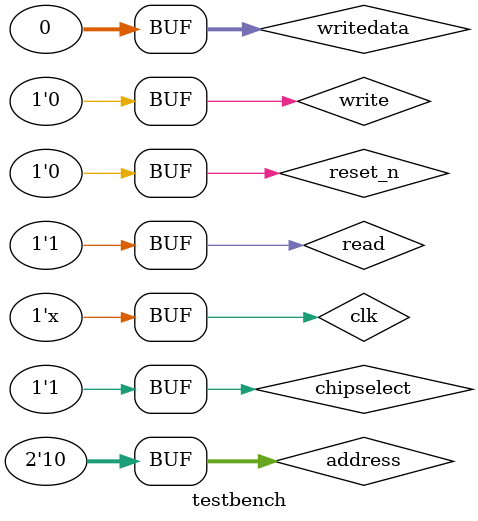
<source format=v>
`timescale 1ns / 1ps

module testbench ();

	reg [1:0] address;
	reg chipselect;
	reg clk;
	reg read;
	reg reset_n;
	reg write;
	reg [31:0] writedata;
	wire [31:0] readdata;

FibonacciSeq T1 (address, chipselect, clk, read, reset_n, write, writedata, readdata);

	always
		#5 clk <= ~clk;

	initial 
		begin
			clk <= 1'b0;
			writedata <= 32'b0;
			address <= 2'b0;
			chipselect <= 1'b0;
			read <= 1'b0;
			reset_n <= 1'b0;
			write <= 1'b0;
			
			#10 reset_n <= 1;
			writedata <= 32'd21;
			address <= 2'b0;
			chipselect <= 1'b1;
			write <= 1'b1;
			
			#20 address <= 2'b01;
			writedata <= 32'b1;
			chipselect <= 1'b1;
			write <= 1'b1;
			
			#20 address <= 2'b10;
			writedata <= 32'b0;
			chipselect <= 1'b1;
			write <= 1'b0;
			read <= 1'b1;
			#20 address <= 2'b11;
			#100 address <= 2'b10;
			
			#50
			writedata <= 32'd80;
			address <= 2'b0;
			chipselect <= 1'b1;
			write <= 1'b1;
			read <= 1'b0;
			
			#20 address <= 2'b01;
			writedata <= 32'b1;
			chipselect <= 1'b1;
			write <= 1'b1;
			
			#20 address <= 2'b10;
			writedata <= 32'b0;
			chipselect <= 1'b1;
			write <= 1'b0;
			read <= 1'b1;
			#20 address <= 2'b11;
			#100 address <= 2'b10;
			
			#50
			writedata <= 32'd145;
			address <= 2'b0;
			chipselect <= 1'b1;
			write <= 1'b1;
			read <= 1'b0;
			
			#20 address <= 2'b01;
			writedata <= 32'b1;
			chipselect <= 1'b1;
			write <= 1'b1;
			
			#20 address <= 2'b10;
			writedata <= 32'b0;
			chipselect <= 1'b1;
			write <= 1'b0;
			read <= 1'b1;
			#20 address <= 2'b11;
			#100 address <= 2'b10;
			
			#100 reset_n <= 1'b0;
		end
	
endmodule 
</source>
